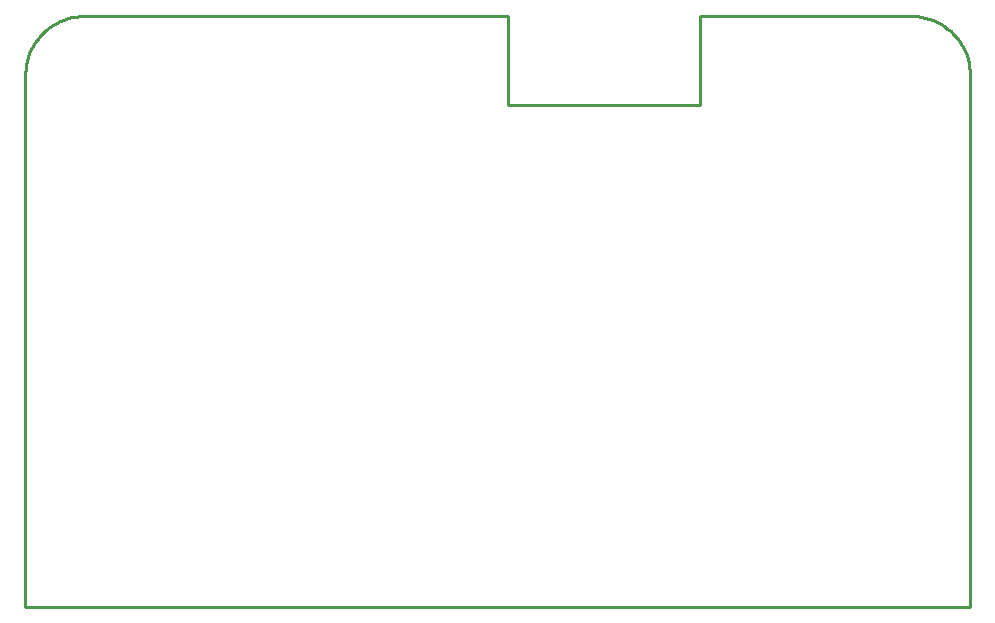
<source format=gko>
%FSDAX24Y24*%
%MOIN*%
%SFA1B1*%

%IPPOS*%
%ADD26C,0.010000*%
%LNuppsense-1*%
%LPD*%
G54D26*
X039370Y037402D02*
D01*
X039365Y037539*
X039350Y037676*
X039326Y037811*
X039293Y037944*
X039251Y038075*
X039199Y038202*
X039139Y038326*
X039070Y038445*
X038993Y038559*
X038909Y038667*
X038817Y038769*
X038718Y038865*
X038613Y038953*
X038502Y039034*
X038385Y039107*
X038264Y039171*
X038138Y039227*
X038009Y039274*
X037877Y039312*
X037742Y039341*
X037606Y039360*
X037469Y039369*
X037402Y039370*
X009843D02*
D01*
X009705Y039365*
X009568Y039350*
X009433Y039326*
X009300Y039293*
X009169Y039251*
X009042Y039199*
X008918Y039139*
X008799Y039070*
X008685Y038993*
X008577Y038909*
X008475Y038817*
X008379Y038718*
X008291Y038613*
X008210Y038502*
X008137Y038385*
X008073Y038264*
X008017Y038138*
X007970Y038009*
X007932Y037877*
X007903Y037742*
X007884Y037606*
X007875Y037469*
X007874Y037402*
Y019685D02*
X039370D01*
X023976Y036417D02*
X030374D01*
X023976D02*
Y039370D01*
X030374Y036417D02*
Y039370D01*
X039370Y019685D02*
Y037402D01*
X030374Y039370D02*
X037402D01*
X007874Y019685D02*
Y037402D01*
X009843Y039370D02*
X023976D01*
M02*
</source>
